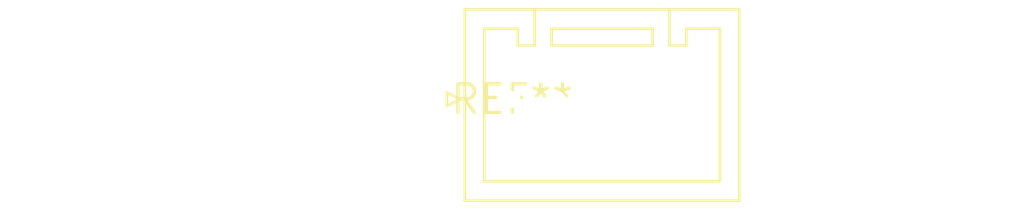
<source format=kicad_pcb>
(kicad_pcb (version 20240108) (generator pcbnew)
  (layers (0 "F.Cu" signal) (31 "B.Cu" signal) (34 "B.Paste" user) (35 "F.Paste" user) (36 "B.SilkS" user "B.Silkscreen") (37 "F.SilkS" user "F.Silkscreen") (38 "B.Mask" user) (39 "F.Mask" user) (44 "Edge.Cuts" user))
  (net 0 "")
  (footprint "JST_PUD_B10B-PUDSS_2x05_P2.00mm_Vertical" (layer "F.Cu") (at 0 0)
    (property "Reference" "REF**")
    (property "Value" "JST_PUD_B10B-PUDSS_2x05_P2.00mm_Vertical")
    (fp_line (start -2.91 -0.3) (end -2.31 0) (layer "F.SilkS") (stroke (width 0.12)))
    (fp_line (start -2.91 0.3) (end -2.91 -0.3) (layer "F.SilkS") (stroke (width 0.12)))
    (fp_line (start -2.31 0) (end -2.91 0.3) (layer "F.SilkS") (stroke (width 0.12)))
    (fp_line (start -2.11 -4.01) (end -2.11 4.51) (layer "F.SilkS") (stroke (width 0.12)))
    (fp_line (start -2.11 4.51) (end 10.11 4.51) (layer "F.SilkS") (stroke (width 0.12)))
    (fp_line (start -1.25 -3.15) (end -1.25 3.65) (layer "F.SilkS") (stroke (width 0.12)))
    (fp_line (start -1.25 3.65) (end 4 3.65) (layer "F.SilkS") (stroke (width 0.12)))
    (fp_line (start 0.25 -3.15) (end -1.25 -3.15) (layer "F.SilkS") (stroke (width 0.12)))
    (fp_line (start 0.25 -2.4) (end 0.25 -3.15) (layer "F.SilkS") (stroke (width 0.12)))
    (fp_line (start 1 -4.01) (end 1 -2.4) (layer "F.SilkS") (stroke (width 0.12)))
    (fp_line (start 1 -2.4) (end 0.25 -2.4) (layer "F.SilkS") (stroke (width 0.12)))
    (fp_line (start 1.75 -3.15) (end 1.75 -2.4) (layer "F.SilkS") (stroke (width 0.12)))
    (fp_line (start 1.75 -2.4) (end 6.25 -2.4) (layer "F.SilkS") (stroke (width 0.12)))
    (fp_line (start 6.25 -3.15) (end 1.75 -3.15) (layer "F.SilkS") (stroke (width 0.12)))
    (fp_line (start 6.25 -2.4) (end 6.25 -3.15) (layer "F.SilkS") (stroke (width 0.12)))
    (fp_line (start 7 -4.01) (end 7 -2.4) (layer "F.SilkS") (stroke (width 0.12)))
    (fp_line (start 7 -2.4) (end 7.75 -2.4) (layer "F.SilkS") (stroke (width 0.12)))
    (fp_line (start 7.75 -3.15) (end 9.25 -3.15) (layer "F.SilkS") (stroke (width 0.12)))
    (fp_line (start 7.75 -2.4) (end 7.75 -3.15) (layer "F.SilkS") (stroke (width 0.12)))
    (fp_line (start 9.25 -3.15) (end 9.25 3.65) (layer "F.SilkS") (stroke (width 0.12)))
    (fp_line (start 9.25 3.65) (end 4 3.65) (layer "F.SilkS") (stroke (width 0.12)))
    (fp_line (start 10.11 -4.01) (end -2.11 -4.01) (layer "F.SilkS") (stroke (width 0.12)))
    (fp_line (start 10.11 4.51) (end 10.11 -4.01) (layer "F.SilkS") (stroke (width 0.12)))
    (pad "1" thru_hole roundrect (at 0 0) (size 1.2 1.2) (drill 0.75) (layers *.Cu *.Mask) (remove_unused_layers) (roundrect_rratio 0.208333))
    (pad "2" thru_hole circle (at 0 2) (size 1.2 1.2) (drill 0.75) (layers *.Cu *.Mask) (remove_unused_layers))
    (pad "3" thru_hole circle (at 2 0) (size 1.2 1.2) (drill 0.75) (layers *.Cu *.Mask) (remove_unused_layers))
    (pad "4" thru_hole circle (at 2 2) (size 1.2 1.2) (drill 0.75) (layers *.Cu *.Mask) (remove_unused_layers))
    (pad "5" thru_hole circle (at 4 0) (size 1.2 1.2) (drill 0.75) (layers *.Cu *.Mask) (remove_unused_layers))
    (pad "6" thru_hole circle (at 4 2) (size 1.2 1.2) (drill 0.75) (layers *.Cu *.Mask) (remove_unused_layers))
    (pad "7" thru_hole circle (at 6 0) (size 1.2 1.2) (drill 0.75) (layers *.Cu *.Mask) (remove_unused_layers))
    (pad "8" thru_hole circle (at 6 2) (size 1.2 1.2) (drill 0.75) (layers *.Cu *.Mask) (remove_unused_layers))
    (pad "9" thru_hole circle (at 8 0) (size 1.2 1.2) (drill 0.75) (layers *.Cu *.Mask) (remove_unused_layers))
    (pad "10" thru_hole circle (at 8 2) (size 1.2 1.2) (drill 0.75) (layers *.Cu *.Mask) (remove_unused_layers))
  )
)
</source>
